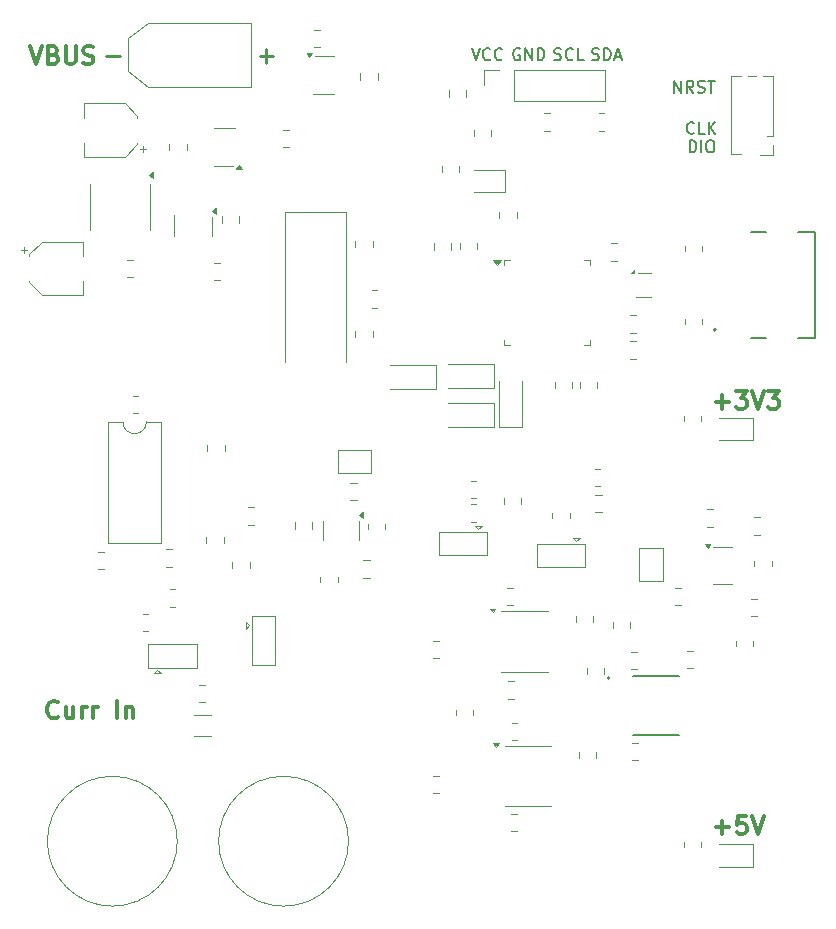
<source format=gbr>
%TF.GenerationSoftware,KiCad,Pcbnew,9.0.2*%
%TF.CreationDate,2025-11-12T20:00:32+01:00*%
%TF.ProjectId,precise_ammeter,70726563-6973-4655-9f61-6d6d65746572,rev?*%
%TF.SameCoordinates,Original*%
%TF.FileFunction,Legend,Top*%
%TF.FilePolarity,Positive*%
%FSLAX46Y46*%
G04 Gerber Fmt 4.6, Leading zero omitted, Abs format (unit mm)*
G04 Created by KiCad (PCBNEW 9.0.2) date 2025-11-12 20:00:32*
%MOMM*%
%LPD*%
G01*
G04 APERTURE LIST*
%ADD10C,0.300000*%
%ADD11C,0.200000*%
%ADD12C,0.250000*%
%ADD13C,0.120000*%
%ADD14C,0.127000*%
G04 APERTURE END LIST*
D10*
X235079510Y-119129400D02*
X236222368Y-119129400D01*
X235650939Y-119700828D02*
X235650939Y-118557971D01*
X237650939Y-118200828D02*
X236936653Y-118200828D01*
X236936653Y-118200828D02*
X236865225Y-118915114D01*
X236865225Y-118915114D02*
X236936653Y-118843685D01*
X236936653Y-118843685D02*
X237079511Y-118772257D01*
X237079511Y-118772257D02*
X237436653Y-118772257D01*
X237436653Y-118772257D02*
X237579511Y-118843685D01*
X237579511Y-118843685D02*
X237650939Y-118915114D01*
X237650939Y-118915114D02*
X237722368Y-119057971D01*
X237722368Y-119057971D02*
X237722368Y-119415114D01*
X237722368Y-119415114D02*
X237650939Y-119557971D01*
X237650939Y-119557971D02*
X237579511Y-119629400D01*
X237579511Y-119629400D02*
X237436653Y-119700828D01*
X237436653Y-119700828D02*
X237079511Y-119700828D01*
X237079511Y-119700828D02*
X236936653Y-119629400D01*
X236936653Y-119629400D02*
X236865225Y-119557971D01*
X238150939Y-118200828D02*
X238650939Y-119700828D01*
X238650939Y-119700828D02*
X239150939Y-118200828D01*
D11*
X233241101Y-60331980D02*
X233193482Y-60379600D01*
X233193482Y-60379600D02*
X233050625Y-60427219D01*
X233050625Y-60427219D02*
X232955387Y-60427219D01*
X232955387Y-60427219D02*
X232812530Y-60379600D01*
X232812530Y-60379600D02*
X232717292Y-60284361D01*
X232717292Y-60284361D02*
X232669673Y-60189123D01*
X232669673Y-60189123D02*
X232622054Y-59998647D01*
X232622054Y-59998647D02*
X232622054Y-59855790D01*
X232622054Y-59855790D02*
X232669673Y-59665314D01*
X232669673Y-59665314D02*
X232717292Y-59570076D01*
X232717292Y-59570076D02*
X232812530Y-59474838D01*
X232812530Y-59474838D02*
X232955387Y-59427219D01*
X232955387Y-59427219D02*
X233050625Y-59427219D01*
X233050625Y-59427219D02*
X233193482Y-59474838D01*
X233193482Y-59474838D02*
X233241101Y-59522457D01*
X234145863Y-60427219D02*
X233669673Y-60427219D01*
X233669673Y-60427219D02*
X233669673Y-59427219D01*
X234479197Y-60427219D02*
X234479197Y-59427219D01*
X235050625Y-60427219D02*
X234622054Y-59855790D01*
X235050625Y-59427219D02*
X234479197Y-59998647D01*
X231569673Y-56927219D02*
X231569673Y-55927219D01*
X231569673Y-55927219D02*
X232141101Y-56927219D01*
X232141101Y-56927219D02*
X232141101Y-55927219D01*
X233188720Y-56927219D02*
X232855387Y-56451028D01*
X232617292Y-56927219D02*
X232617292Y-55927219D01*
X232617292Y-55927219D02*
X232998244Y-55927219D01*
X232998244Y-55927219D02*
X233093482Y-55974838D01*
X233093482Y-55974838D02*
X233141101Y-56022457D01*
X233141101Y-56022457D02*
X233188720Y-56117695D01*
X233188720Y-56117695D02*
X233188720Y-56260552D01*
X233188720Y-56260552D02*
X233141101Y-56355790D01*
X233141101Y-56355790D02*
X233093482Y-56403409D01*
X233093482Y-56403409D02*
X232998244Y-56451028D01*
X232998244Y-56451028D02*
X232617292Y-56451028D01*
X233569673Y-56879600D02*
X233712530Y-56927219D01*
X233712530Y-56927219D02*
X233950625Y-56927219D01*
X233950625Y-56927219D02*
X234045863Y-56879600D01*
X234045863Y-56879600D02*
X234093482Y-56831980D01*
X234093482Y-56831980D02*
X234141101Y-56736742D01*
X234141101Y-56736742D02*
X234141101Y-56641504D01*
X234141101Y-56641504D02*
X234093482Y-56546266D01*
X234093482Y-56546266D02*
X234045863Y-56498647D01*
X234045863Y-56498647D02*
X233950625Y-56451028D01*
X233950625Y-56451028D02*
X233760149Y-56403409D01*
X233760149Y-56403409D02*
X233664911Y-56355790D01*
X233664911Y-56355790D02*
X233617292Y-56308171D01*
X233617292Y-56308171D02*
X233569673Y-56212933D01*
X233569673Y-56212933D02*
X233569673Y-56117695D01*
X233569673Y-56117695D02*
X233617292Y-56022457D01*
X233617292Y-56022457D02*
X233664911Y-55974838D01*
X233664911Y-55974838D02*
X233760149Y-55927219D01*
X233760149Y-55927219D02*
X233998244Y-55927219D01*
X233998244Y-55927219D02*
X234141101Y-55974838D01*
X234426816Y-55927219D02*
X234998244Y-55927219D01*
X234712530Y-56927219D02*
X234712530Y-55927219D01*
X224622054Y-54119600D02*
X224764911Y-54167219D01*
X224764911Y-54167219D02*
X225003006Y-54167219D01*
X225003006Y-54167219D02*
X225098244Y-54119600D01*
X225098244Y-54119600D02*
X225145863Y-54071980D01*
X225145863Y-54071980D02*
X225193482Y-53976742D01*
X225193482Y-53976742D02*
X225193482Y-53881504D01*
X225193482Y-53881504D02*
X225145863Y-53786266D01*
X225145863Y-53786266D02*
X225098244Y-53738647D01*
X225098244Y-53738647D02*
X225003006Y-53691028D01*
X225003006Y-53691028D02*
X224812530Y-53643409D01*
X224812530Y-53643409D02*
X224717292Y-53595790D01*
X224717292Y-53595790D02*
X224669673Y-53548171D01*
X224669673Y-53548171D02*
X224622054Y-53452933D01*
X224622054Y-53452933D02*
X224622054Y-53357695D01*
X224622054Y-53357695D02*
X224669673Y-53262457D01*
X224669673Y-53262457D02*
X224717292Y-53214838D01*
X224717292Y-53214838D02*
X224812530Y-53167219D01*
X224812530Y-53167219D02*
X225050625Y-53167219D01*
X225050625Y-53167219D02*
X225193482Y-53214838D01*
X225622054Y-54167219D02*
X225622054Y-53167219D01*
X225622054Y-53167219D02*
X225860149Y-53167219D01*
X225860149Y-53167219D02*
X226003006Y-53214838D01*
X226003006Y-53214838D02*
X226098244Y-53310076D01*
X226098244Y-53310076D02*
X226145863Y-53405314D01*
X226145863Y-53405314D02*
X226193482Y-53595790D01*
X226193482Y-53595790D02*
X226193482Y-53738647D01*
X226193482Y-53738647D02*
X226145863Y-53929123D01*
X226145863Y-53929123D02*
X226098244Y-54024361D01*
X226098244Y-54024361D02*
X226003006Y-54119600D01*
X226003006Y-54119600D02*
X225860149Y-54167219D01*
X225860149Y-54167219D02*
X225622054Y-54167219D01*
X226574435Y-53881504D02*
X227050625Y-53881504D01*
X226479197Y-54167219D02*
X226812530Y-53167219D01*
X226812530Y-53167219D02*
X227145863Y-54167219D01*
D10*
X177040225Y-53000828D02*
X177540225Y-54500828D01*
X177540225Y-54500828D02*
X178040225Y-53000828D01*
X179040224Y-53715114D02*
X179254510Y-53786542D01*
X179254510Y-53786542D02*
X179325939Y-53857971D01*
X179325939Y-53857971D02*
X179397367Y-54000828D01*
X179397367Y-54000828D02*
X179397367Y-54215114D01*
X179397367Y-54215114D02*
X179325939Y-54357971D01*
X179325939Y-54357971D02*
X179254510Y-54429400D01*
X179254510Y-54429400D02*
X179111653Y-54500828D01*
X179111653Y-54500828D02*
X178540224Y-54500828D01*
X178540224Y-54500828D02*
X178540224Y-53000828D01*
X178540224Y-53000828D02*
X179040224Y-53000828D01*
X179040224Y-53000828D02*
X179183082Y-53072257D01*
X179183082Y-53072257D02*
X179254510Y-53143685D01*
X179254510Y-53143685D02*
X179325939Y-53286542D01*
X179325939Y-53286542D02*
X179325939Y-53429400D01*
X179325939Y-53429400D02*
X179254510Y-53572257D01*
X179254510Y-53572257D02*
X179183082Y-53643685D01*
X179183082Y-53643685D02*
X179040224Y-53715114D01*
X179040224Y-53715114D02*
X178540224Y-53715114D01*
X180040224Y-53000828D02*
X180040224Y-54215114D01*
X180040224Y-54215114D02*
X180111653Y-54357971D01*
X180111653Y-54357971D02*
X180183082Y-54429400D01*
X180183082Y-54429400D02*
X180325939Y-54500828D01*
X180325939Y-54500828D02*
X180611653Y-54500828D01*
X180611653Y-54500828D02*
X180754510Y-54429400D01*
X180754510Y-54429400D02*
X180825939Y-54357971D01*
X180825939Y-54357971D02*
X180897367Y-54215114D01*
X180897367Y-54215114D02*
X180897367Y-53000828D01*
X181540225Y-54429400D02*
X181754511Y-54500828D01*
X181754511Y-54500828D02*
X182111653Y-54500828D01*
X182111653Y-54500828D02*
X182254511Y-54429400D01*
X182254511Y-54429400D02*
X182325939Y-54357971D01*
X182325939Y-54357971D02*
X182397368Y-54215114D01*
X182397368Y-54215114D02*
X182397368Y-54072257D01*
X182397368Y-54072257D02*
X182325939Y-53929400D01*
X182325939Y-53929400D02*
X182254511Y-53857971D01*
X182254511Y-53857971D02*
X182111653Y-53786542D01*
X182111653Y-53786542D02*
X181825939Y-53715114D01*
X181825939Y-53715114D02*
X181683082Y-53643685D01*
X181683082Y-53643685D02*
X181611653Y-53572257D01*
X181611653Y-53572257D02*
X181540225Y-53429400D01*
X181540225Y-53429400D02*
X181540225Y-53286542D01*
X181540225Y-53286542D02*
X181611653Y-53143685D01*
X181611653Y-53143685D02*
X181683082Y-53072257D01*
X181683082Y-53072257D02*
X181825939Y-53000828D01*
X181825939Y-53000828D02*
X182183082Y-53000828D01*
X182183082Y-53000828D02*
X182397368Y-53072257D01*
D11*
X221422054Y-54119600D02*
X221564911Y-54167219D01*
X221564911Y-54167219D02*
X221803006Y-54167219D01*
X221803006Y-54167219D02*
X221898244Y-54119600D01*
X221898244Y-54119600D02*
X221945863Y-54071980D01*
X221945863Y-54071980D02*
X221993482Y-53976742D01*
X221993482Y-53976742D02*
X221993482Y-53881504D01*
X221993482Y-53881504D02*
X221945863Y-53786266D01*
X221945863Y-53786266D02*
X221898244Y-53738647D01*
X221898244Y-53738647D02*
X221803006Y-53691028D01*
X221803006Y-53691028D02*
X221612530Y-53643409D01*
X221612530Y-53643409D02*
X221517292Y-53595790D01*
X221517292Y-53595790D02*
X221469673Y-53548171D01*
X221469673Y-53548171D02*
X221422054Y-53452933D01*
X221422054Y-53452933D02*
X221422054Y-53357695D01*
X221422054Y-53357695D02*
X221469673Y-53262457D01*
X221469673Y-53262457D02*
X221517292Y-53214838D01*
X221517292Y-53214838D02*
X221612530Y-53167219D01*
X221612530Y-53167219D02*
X221850625Y-53167219D01*
X221850625Y-53167219D02*
X221993482Y-53214838D01*
X222993482Y-54071980D02*
X222945863Y-54119600D01*
X222945863Y-54119600D02*
X222803006Y-54167219D01*
X222803006Y-54167219D02*
X222707768Y-54167219D01*
X222707768Y-54167219D02*
X222564911Y-54119600D01*
X222564911Y-54119600D02*
X222469673Y-54024361D01*
X222469673Y-54024361D02*
X222422054Y-53929123D01*
X222422054Y-53929123D02*
X222374435Y-53738647D01*
X222374435Y-53738647D02*
X222374435Y-53595790D01*
X222374435Y-53595790D02*
X222422054Y-53405314D01*
X222422054Y-53405314D02*
X222469673Y-53310076D01*
X222469673Y-53310076D02*
X222564911Y-53214838D01*
X222564911Y-53214838D02*
X222707768Y-53167219D01*
X222707768Y-53167219D02*
X222803006Y-53167219D01*
X222803006Y-53167219D02*
X222945863Y-53214838D01*
X222945863Y-53214838D02*
X222993482Y-53262457D01*
X223898244Y-54167219D02*
X223422054Y-54167219D01*
X223422054Y-54167219D02*
X223422054Y-53167219D01*
X214426816Y-53167219D02*
X214760149Y-54167219D01*
X214760149Y-54167219D02*
X215093482Y-53167219D01*
X215998244Y-54071980D02*
X215950625Y-54119600D01*
X215950625Y-54119600D02*
X215807768Y-54167219D01*
X215807768Y-54167219D02*
X215712530Y-54167219D01*
X215712530Y-54167219D02*
X215569673Y-54119600D01*
X215569673Y-54119600D02*
X215474435Y-54024361D01*
X215474435Y-54024361D02*
X215426816Y-53929123D01*
X215426816Y-53929123D02*
X215379197Y-53738647D01*
X215379197Y-53738647D02*
X215379197Y-53595790D01*
X215379197Y-53595790D02*
X215426816Y-53405314D01*
X215426816Y-53405314D02*
X215474435Y-53310076D01*
X215474435Y-53310076D02*
X215569673Y-53214838D01*
X215569673Y-53214838D02*
X215712530Y-53167219D01*
X215712530Y-53167219D02*
X215807768Y-53167219D01*
X215807768Y-53167219D02*
X215950625Y-53214838D01*
X215950625Y-53214838D02*
X215998244Y-53262457D01*
X216998244Y-54071980D02*
X216950625Y-54119600D01*
X216950625Y-54119600D02*
X216807768Y-54167219D01*
X216807768Y-54167219D02*
X216712530Y-54167219D01*
X216712530Y-54167219D02*
X216569673Y-54119600D01*
X216569673Y-54119600D02*
X216474435Y-54024361D01*
X216474435Y-54024361D02*
X216426816Y-53929123D01*
X216426816Y-53929123D02*
X216379197Y-53738647D01*
X216379197Y-53738647D02*
X216379197Y-53595790D01*
X216379197Y-53595790D02*
X216426816Y-53405314D01*
X216426816Y-53405314D02*
X216474435Y-53310076D01*
X216474435Y-53310076D02*
X216569673Y-53214838D01*
X216569673Y-53214838D02*
X216712530Y-53167219D01*
X216712530Y-53167219D02*
X216807768Y-53167219D01*
X216807768Y-53167219D02*
X216950625Y-53214838D01*
X216950625Y-53214838D02*
X216998244Y-53262457D01*
X232869673Y-61967219D02*
X232869673Y-60967219D01*
X232869673Y-60967219D02*
X233107768Y-60967219D01*
X233107768Y-60967219D02*
X233250625Y-61014838D01*
X233250625Y-61014838D02*
X233345863Y-61110076D01*
X233345863Y-61110076D02*
X233393482Y-61205314D01*
X233393482Y-61205314D02*
X233441101Y-61395790D01*
X233441101Y-61395790D02*
X233441101Y-61538647D01*
X233441101Y-61538647D02*
X233393482Y-61729123D01*
X233393482Y-61729123D02*
X233345863Y-61824361D01*
X233345863Y-61824361D02*
X233250625Y-61919600D01*
X233250625Y-61919600D02*
X233107768Y-61967219D01*
X233107768Y-61967219D02*
X232869673Y-61967219D01*
X233869673Y-61967219D02*
X233869673Y-60967219D01*
X234536339Y-60967219D02*
X234726815Y-60967219D01*
X234726815Y-60967219D02*
X234822053Y-61014838D01*
X234822053Y-61014838D02*
X234917291Y-61110076D01*
X234917291Y-61110076D02*
X234964910Y-61300552D01*
X234964910Y-61300552D02*
X234964910Y-61633885D01*
X234964910Y-61633885D02*
X234917291Y-61824361D01*
X234917291Y-61824361D02*
X234822053Y-61919600D01*
X234822053Y-61919600D02*
X234726815Y-61967219D01*
X234726815Y-61967219D02*
X234536339Y-61967219D01*
X234536339Y-61967219D02*
X234441101Y-61919600D01*
X234441101Y-61919600D02*
X234345863Y-61824361D01*
X234345863Y-61824361D02*
X234298244Y-61633885D01*
X234298244Y-61633885D02*
X234298244Y-61300552D01*
X234298244Y-61300552D02*
X234345863Y-61110076D01*
X234345863Y-61110076D02*
X234441101Y-61014838D01*
X234441101Y-61014838D02*
X234536339Y-60967219D01*
D10*
X179411653Y-109757971D02*
X179340225Y-109829400D01*
X179340225Y-109829400D02*
X179125939Y-109900828D01*
X179125939Y-109900828D02*
X178983082Y-109900828D01*
X178983082Y-109900828D02*
X178768796Y-109829400D01*
X178768796Y-109829400D02*
X178625939Y-109686542D01*
X178625939Y-109686542D02*
X178554510Y-109543685D01*
X178554510Y-109543685D02*
X178483082Y-109257971D01*
X178483082Y-109257971D02*
X178483082Y-109043685D01*
X178483082Y-109043685D02*
X178554510Y-108757971D01*
X178554510Y-108757971D02*
X178625939Y-108615114D01*
X178625939Y-108615114D02*
X178768796Y-108472257D01*
X178768796Y-108472257D02*
X178983082Y-108400828D01*
X178983082Y-108400828D02*
X179125939Y-108400828D01*
X179125939Y-108400828D02*
X179340225Y-108472257D01*
X179340225Y-108472257D02*
X179411653Y-108543685D01*
X180697368Y-108900828D02*
X180697368Y-109900828D01*
X180054510Y-108900828D02*
X180054510Y-109686542D01*
X180054510Y-109686542D02*
X180125939Y-109829400D01*
X180125939Y-109829400D02*
X180268796Y-109900828D01*
X180268796Y-109900828D02*
X180483082Y-109900828D01*
X180483082Y-109900828D02*
X180625939Y-109829400D01*
X180625939Y-109829400D02*
X180697368Y-109757971D01*
X181411653Y-109900828D02*
X181411653Y-108900828D01*
X181411653Y-109186542D02*
X181483082Y-109043685D01*
X181483082Y-109043685D02*
X181554511Y-108972257D01*
X181554511Y-108972257D02*
X181697368Y-108900828D01*
X181697368Y-108900828D02*
X181840225Y-108900828D01*
X182340224Y-109900828D02*
X182340224Y-108900828D01*
X182340224Y-109186542D02*
X182411653Y-109043685D01*
X182411653Y-109043685D02*
X182483082Y-108972257D01*
X182483082Y-108972257D02*
X182625939Y-108900828D01*
X182625939Y-108900828D02*
X182768796Y-108900828D01*
X184411652Y-109900828D02*
X184411652Y-108400828D01*
X185125938Y-108900828D02*
X185125938Y-109900828D01*
X185125938Y-109043685D02*
X185197367Y-108972257D01*
X185197367Y-108972257D02*
X185340224Y-108900828D01*
X185340224Y-108900828D02*
X185554510Y-108900828D01*
X185554510Y-108900828D02*
X185697367Y-108972257D01*
X185697367Y-108972257D02*
X185768796Y-109115114D01*
X185768796Y-109115114D02*
X185768796Y-109900828D01*
X235079510Y-83129400D02*
X236222368Y-83129400D01*
X235650939Y-83700828D02*
X235650939Y-82557971D01*
X236793796Y-82200828D02*
X237722368Y-82200828D01*
X237722368Y-82200828D02*
X237222368Y-82772257D01*
X237222368Y-82772257D02*
X237436653Y-82772257D01*
X237436653Y-82772257D02*
X237579511Y-82843685D01*
X237579511Y-82843685D02*
X237650939Y-82915114D01*
X237650939Y-82915114D02*
X237722368Y-83057971D01*
X237722368Y-83057971D02*
X237722368Y-83415114D01*
X237722368Y-83415114D02*
X237650939Y-83557971D01*
X237650939Y-83557971D02*
X237579511Y-83629400D01*
X237579511Y-83629400D02*
X237436653Y-83700828D01*
X237436653Y-83700828D02*
X237008082Y-83700828D01*
X237008082Y-83700828D02*
X236865225Y-83629400D01*
X236865225Y-83629400D02*
X236793796Y-83557971D01*
X238150939Y-82200828D02*
X238650939Y-83700828D01*
X238650939Y-83700828D02*
X239150939Y-82200828D01*
X239508081Y-82200828D02*
X240436653Y-82200828D01*
X240436653Y-82200828D02*
X239936653Y-82772257D01*
X239936653Y-82772257D02*
X240150938Y-82772257D01*
X240150938Y-82772257D02*
X240293796Y-82843685D01*
X240293796Y-82843685D02*
X240365224Y-82915114D01*
X240365224Y-82915114D02*
X240436653Y-83057971D01*
X240436653Y-83057971D02*
X240436653Y-83415114D01*
X240436653Y-83415114D02*
X240365224Y-83557971D01*
X240365224Y-83557971D02*
X240293796Y-83629400D01*
X240293796Y-83629400D02*
X240150938Y-83700828D01*
X240150938Y-83700828D02*
X239722367Y-83700828D01*
X239722367Y-83700828D02*
X239579510Y-83629400D01*
X239579510Y-83629400D02*
X239508081Y-83557971D01*
D11*
X218493482Y-53214838D02*
X218398244Y-53167219D01*
X218398244Y-53167219D02*
X218255387Y-53167219D01*
X218255387Y-53167219D02*
X218112530Y-53214838D01*
X218112530Y-53214838D02*
X218017292Y-53310076D01*
X218017292Y-53310076D02*
X217969673Y-53405314D01*
X217969673Y-53405314D02*
X217922054Y-53595790D01*
X217922054Y-53595790D02*
X217922054Y-53738647D01*
X217922054Y-53738647D02*
X217969673Y-53929123D01*
X217969673Y-53929123D02*
X218017292Y-54024361D01*
X218017292Y-54024361D02*
X218112530Y-54119600D01*
X218112530Y-54119600D02*
X218255387Y-54167219D01*
X218255387Y-54167219D02*
X218350625Y-54167219D01*
X218350625Y-54167219D02*
X218493482Y-54119600D01*
X218493482Y-54119600D02*
X218541101Y-54071980D01*
X218541101Y-54071980D02*
X218541101Y-53738647D01*
X218541101Y-53738647D02*
X218350625Y-53738647D01*
X218969673Y-54167219D02*
X218969673Y-53167219D01*
X218969673Y-53167219D02*
X219541101Y-54167219D01*
X219541101Y-54167219D02*
X219541101Y-53167219D01*
X220017292Y-54167219D02*
X220017292Y-53167219D01*
X220017292Y-53167219D02*
X220255387Y-53167219D01*
X220255387Y-53167219D02*
X220398244Y-53214838D01*
X220398244Y-53214838D02*
X220493482Y-53310076D01*
X220493482Y-53310076D02*
X220541101Y-53405314D01*
X220541101Y-53405314D02*
X220588720Y-53595790D01*
X220588720Y-53595790D02*
X220588720Y-53738647D01*
X220588720Y-53738647D02*
X220541101Y-53929123D01*
X220541101Y-53929123D02*
X220493482Y-54024361D01*
X220493482Y-54024361D02*
X220398244Y-54119600D01*
X220398244Y-54119600D02*
X220255387Y-54167219D01*
X220255387Y-54167219D02*
X220017292Y-54167219D01*
D12*
X183466071Y-53809500D02*
X184608929Y-53809500D01*
X196466071Y-53809500D02*
X197608929Y-53809500D01*
X197037500Y-54380928D02*
X197037500Y-53238071D01*
D13*
%TO.C,Y1*%
X198590000Y-67022500D02*
X198590000Y-79742500D01*
X203810000Y-67022500D02*
X198590000Y-67022500D01*
X203810000Y-79742500D02*
X203810000Y-67022500D01*
%TO.C,R5*%
X211902500Y-63172936D02*
X211902500Y-63627064D01*
X213372500Y-63172936D02*
X213372500Y-63627064D01*
%TO.C,C20*%
X217751248Y-117965000D02*
X218273752Y-117965000D01*
X217751248Y-119435000D02*
X218273752Y-119435000D01*
%TO.C,C8*%
X192055000Y-87291252D02*
X192055000Y-86768748D01*
X193525000Y-87291252D02*
X193525000Y-86768748D01*
%TO.C,C36*%
X221465000Y-81438748D02*
X221465000Y-81961252D01*
X222935000Y-81438748D02*
X222935000Y-81961252D01*
%TO.C,JP1*%
X187050000Y-103600000D02*
X191150000Y-103600000D01*
X187050000Y-105600000D02*
X187050000Y-103600000D01*
X187500000Y-106100000D02*
X188100000Y-106100000D01*
X187800000Y-105800000D02*
X187500000Y-106100000D01*
X187800000Y-105800000D02*
X188100000Y-106100000D01*
X191150000Y-103600000D02*
X191150000Y-105600000D01*
X191150000Y-105600000D02*
X187050000Y-105600000D01*
%TO.C,D5*%
X211410000Y-80000000D02*
X207550000Y-80000000D01*
X211410000Y-82000000D02*
X207550000Y-82000000D01*
X211410000Y-82000000D02*
X211410000Y-80000000D01*
%TO.C,R3*%
X224872936Y-88765000D02*
X225327064Y-88765000D01*
X224872936Y-90235000D02*
X225327064Y-90235000D01*
%TO.C,C24*%
X181577500Y-57840000D02*
X181577500Y-59040000D01*
X181577500Y-62360000D02*
X181577500Y-61160000D01*
X185033063Y-57840000D02*
X181577500Y-57840000D01*
X185033063Y-62360000D02*
X181577500Y-62360000D01*
X186097500Y-58904437D02*
X185033063Y-57840000D01*
X186097500Y-58904437D02*
X186097500Y-59040000D01*
X186097500Y-61295563D02*
X185033063Y-62360000D01*
X186097500Y-61295563D02*
X186097500Y-61160000D01*
X186587500Y-61910000D02*
X186587500Y-61410000D01*
X186837500Y-61660000D02*
X186337500Y-61660000D01*
%TO.C,R7*%
X187027064Y-101065000D02*
X186572936Y-101065000D01*
X187027064Y-102535000D02*
X186572936Y-102535000D01*
%TO.C,R24*%
X217447936Y-98865000D02*
X217902064Y-98865000D01*
X217447936Y-100335000D02*
X217902064Y-100335000D01*
%TO.C,R_SENSE1*%
X190922936Y-109590000D02*
X192377064Y-109590000D01*
X190922936Y-111410000D02*
X192377064Y-111410000D01*
%TO.C,C25*%
X198476248Y-60065000D02*
X198998752Y-60065000D01*
X198476248Y-61535000D02*
X198998752Y-61535000D01*
%TO.C,C26*%
X188840000Y-61761252D02*
X188840000Y-61238748D01*
X190310000Y-61761252D02*
X190310000Y-61238748D01*
%TO.C,U2*%
X201796250Y-93967500D02*
X201796250Y-93167500D01*
X201796250Y-93967500D02*
X201796250Y-94767500D01*
X204916250Y-93967500D02*
X204916250Y-93167500D01*
X204916250Y-93967500D02*
X204916250Y-94767500D01*
X205196250Y-92907500D02*
X204866250Y-92667500D01*
X205196250Y-92427500D01*
X205196250Y-92907500D01*
G36*
X205196250Y-92907500D02*
G01*
X204866250Y-92667500D01*
X205196250Y-92427500D01*
X205196250Y-92907500D01*
G37*
%TO.C,JP2*%
X195300000Y-101700000D02*
X195300000Y-102300000D01*
X195600000Y-102000000D02*
X195300000Y-101700000D01*
X195600000Y-102000000D02*
X195300000Y-102300000D01*
X195800000Y-101250000D02*
X197800000Y-101250000D01*
X195800000Y-105350000D02*
X195800000Y-101250000D01*
X197800000Y-101250000D02*
X197800000Y-105350000D01*
X197800000Y-105350000D02*
X195800000Y-105350000D01*
%TO.C,C30*%
X211202500Y-70211252D02*
X211202500Y-69688748D01*
X212672500Y-70211252D02*
X212672500Y-69688748D01*
%TO.C,R12*%
X205621250Y-93894564D02*
X205621250Y-93440436D01*
X207091250Y-93894564D02*
X207091250Y-93440436D01*
%TO.C,D1*%
X235375000Y-122460000D02*
X238235000Y-122460000D01*
X238235000Y-120540000D02*
X235375000Y-120540000D01*
X238235000Y-122460000D02*
X238235000Y-120540000D01*
%TO.C,R31*%
X225172936Y-58665000D02*
X225627064Y-58665000D01*
X225172936Y-60135000D02*
X225627064Y-60135000D01*
%TO.C,C7*%
X182791248Y-95795000D02*
X183313752Y-95795000D01*
X182791248Y-97265000D02*
X183313752Y-97265000D01*
%TO.C,JP3*%
X219950000Y-95100000D02*
X224050000Y-95100000D01*
X219950000Y-97100000D02*
X219950000Y-95100000D01*
X223300000Y-94900000D02*
X223000000Y-94600000D01*
X223300000Y-94900000D02*
X223600000Y-94600000D01*
X223600000Y-94600000D02*
X223000000Y-94600000D01*
X224050000Y-95100000D02*
X224050000Y-97100000D01*
X224050000Y-97100000D02*
X219950000Y-97100000D01*
%TO.C,C13*%
X238338748Y-92865000D02*
X238861252Y-92865000D01*
X238338748Y-94335000D02*
X238861252Y-94335000D01*
%TO.C,C38*%
X213402500Y-70161252D02*
X213402500Y-69638748D01*
X214872500Y-70161252D02*
X214872500Y-69638748D01*
%TO.C,C37*%
X227838748Y-75765000D02*
X228361252Y-75765000D01*
X227838748Y-77235000D02*
X228361252Y-77235000D01*
%TO.C,C14*%
X238101248Y-99765000D02*
X238623752Y-99765000D01*
X238101248Y-101235000D02*
X238623752Y-101235000D01*
%TO.C,C27*%
X176237500Y-70240000D02*
X176737500Y-70240000D01*
X176487500Y-69990000D02*
X176487500Y-70490000D01*
X176977500Y-70604437D02*
X176977500Y-70740000D01*
X176977500Y-70604437D02*
X178041937Y-69540000D01*
X176977500Y-72995563D02*
X176977500Y-72860000D01*
X176977500Y-72995563D02*
X178041937Y-74060000D01*
X178041937Y-69540000D02*
X181497500Y-69540000D01*
X178041937Y-74060000D02*
X181497500Y-74060000D01*
X181497500Y-69540000D02*
X181497500Y-70740000D01*
X181497500Y-74060000D02*
X181497500Y-72860000D01*
%TO.C,C32*%
X227838748Y-77965000D02*
X228361252Y-77965000D01*
X227838748Y-79435000D02*
X228361252Y-79435000D01*
%TO.C,C19*%
X223515000Y-113261252D02*
X223515000Y-112738748D01*
X224985000Y-113261252D02*
X224985000Y-112738748D01*
%TO.C,R19*%
X211172936Y-103355000D02*
X211627064Y-103355000D01*
X211172936Y-104825000D02*
X211627064Y-104825000D01*
%TO.C,C28*%
X185761252Y-71065000D02*
X185238748Y-71065000D01*
X185761252Y-72535000D02*
X185238748Y-72535000D01*
%TO.C,C5*%
X204990000Y-55288748D02*
X204990000Y-55811252D01*
X206460000Y-55288748D02*
X206460000Y-55811252D01*
%TO.C,R21*%
X226390000Y-102222064D02*
X226390000Y-101767936D01*
X227860000Y-102222064D02*
X227860000Y-101767936D01*
%TO.C,D4*%
X216310000Y-83200000D02*
X212450000Y-83200000D01*
X216310000Y-85200000D02*
X212450000Y-85200000D01*
X216310000Y-85200000D02*
X216310000Y-83200000D01*
%TO.C,C11*%
X204157498Y-89932500D02*
X204680002Y-89932500D01*
X204157498Y-91402500D02*
X204680002Y-91402500D01*
%TO.C,R29*%
X232465000Y-76072936D02*
X232465000Y-76527064D01*
X233935000Y-76072936D02*
X233935000Y-76527064D01*
%TO.C,R30*%
X221027064Y-58665000D02*
X220572936Y-58665000D01*
X221027064Y-60135000D02*
X220572936Y-60135000D01*
%TO.C,C10*%
X205257498Y-96532500D02*
X205780002Y-96532500D01*
X205257498Y-98002500D02*
X205780002Y-98002500D01*
%TO.C,C2*%
X191313748Y-107065000D02*
X191836252Y-107065000D01*
X191313748Y-108535000D02*
X191836252Y-108535000D01*
%TO.C,C6*%
X191965000Y-94538748D02*
X191965000Y-95061252D01*
X193435000Y-94538748D02*
X193435000Y-95061252D01*
%TO.C,R22*%
X213065000Y-109627064D02*
X213065000Y-109172936D01*
X214535000Y-109627064D02*
X214535000Y-109172936D01*
%TO.C,C16*%
X233188752Y-104155000D02*
X232666248Y-104155000D01*
X233188752Y-105625000D02*
X232666248Y-105625000D01*
%TO.C,R10*%
X194165000Y-96672936D02*
X194165000Y-97127064D01*
X195635000Y-96672936D02*
X195635000Y-97127064D01*
%TO.C,U9*%
X182077500Y-66600000D02*
X182077500Y-64650000D01*
X182077500Y-66600000D02*
X182077500Y-68550000D01*
X187197500Y-66600000D02*
X187197500Y-64650000D01*
X187197500Y-66600000D02*
X187197500Y-68550000D01*
X187432500Y-64140000D02*
X187102500Y-63900000D01*
X187432500Y-63660000D01*
X187432500Y-64140000D01*
G36*
X187432500Y-64140000D02*
G01*
X187102500Y-63900000D01*
X187432500Y-63660000D01*
X187432500Y-64140000D01*
G37*
%TO.C,D6*%
X216700000Y-85210000D02*
X216700000Y-81350000D01*
X216700000Y-85210000D02*
X218700000Y-85210000D01*
X218700000Y-85210000D02*
X218700000Y-81350000D01*
%TO.C,J2*%
X204000000Y-120300000D02*
G75*
G02*
X193000000Y-120300000I-5500000J0D01*
G01*
X193000000Y-120300000D02*
G75*
G02*
X204000000Y-120300000I5500000J0D01*
G01*
%TO.C,C15*%
X228026248Y-111960000D02*
X228548752Y-111960000D01*
X228026248Y-113430000D02*
X228548752Y-113430000D01*
%TO.C,C12*%
X232123752Y-98865000D02*
X231601248Y-98865000D01*
X232123752Y-100335000D02*
X231601248Y-100335000D01*
%TO.C,R20*%
X224190000Y-106122064D02*
X224190000Y-105667936D01*
X225660000Y-106122064D02*
X225660000Y-105667936D01*
%TO.C,R4*%
X214827064Y-91765000D02*
X214372936Y-91765000D01*
X214827064Y-93235000D02*
X214372936Y-93235000D01*
%TO.C,C18*%
X217476248Y-106765000D02*
X217998752Y-106765000D01*
X217476248Y-108235000D02*
X217998752Y-108235000D01*
%TO.C,R8*%
X185762936Y-82595000D02*
X186217064Y-82595000D01*
X185762936Y-84065000D02*
X186217064Y-84065000D01*
%TO.C,C29*%
X204565000Y-69993752D02*
X204565000Y-69471248D01*
X206035000Y-69993752D02*
X206035000Y-69471248D01*
%TO.C,JP4*%
X211650000Y-94100000D02*
X215750000Y-94100000D01*
X211650000Y-96100000D02*
X211650000Y-94100000D01*
X215000000Y-93900000D02*
X214700000Y-93600000D01*
X215000000Y-93900000D02*
X215300000Y-93600000D01*
X215300000Y-93600000D02*
X214700000Y-93600000D01*
X215750000Y-94100000D02*
X215750000Y-96100000D01*
X215750000Y-96100000D02*
X211650000Y-96100000D01*
%TO.C,R16*%
X214827064Y-89765000D02*
X214372936Y-89765000D01*
X214827064Y-91235000D02*
X214372936Y-91235000D01*
%TO.C,D3*%
X214600000Y-65360000D02*
X217285000Y-65360000D01*
X217285000Y-63440000D02*
X214600000Y-63440000D01*
X217285000Y-65360000D02*
X217285000Y-63440000D01*
D14*
%TO.C,U4*%
X228105000Y-106275000D02*
X232005000Y-106275000D01*
X228105000Y-111325000D02*
X232005000Y-111325000D01*
D11*
X226115000Y-106495000D02*
G75*
G02*
X225915000Y-106495000I-100000J0D01*
G01*
X225915000Y-106495000D02*
G75*
G02*
X226115000Y-106495000I100000J0D01*
G01*
D13*
%TO.C,C34*%
X226238748Y-69675000D02*
X226761252Y-69675000D01*
X226238748Y-71145000D02*
X226761252Y-71145000D01*
%TO.C,C35*%
X223565000Y-81438748D02*
X223565000Y-81961252D01*
X225035000Y-81438748D02*
X225035000Y-81961252D01*
%TO.C,R15*%
X234827064Y-92215000D02*
X234372936Y-92215000D01*
X234827064Y-93685000D02*
X234372936Y-93685000D01*
%TO.C,D7*%
X216310000Y-79900000D02*
X212450000Y-79900000D01*
X216310000Y-81900000D02*
X212450000Y-81900000D01*
X216310000Y-81900000D02*
X216310000Y-79900000D01*
%TO.C,R23*%
X217822936Y-110265000D02*
X218277064Y-110265000D01*
X217822936Y-111735000D02*
X218277064Y-111735000D01*
%TO.C,R1*%
X214602500Y-60112936D02*
X214602500Y-60567064D01*
X216072500Y-60112936D02*
X216072500Y-60567064D01*
%TO.C,C9*%
X199471250Y-93306248D02*
X199471250Y-93828752D01*
X200941250Y-93306248D02*
X200941250Y-93828752D01*
%TO.C,J6*%
X215430000Y-54970000D02*
X216760000Y-54970000D01*
X215430000Y-56300000D02*
X215430000Y-54970000D01*
X218030000Y-54970000D02*
X225710000Y-54970000D01*
X218030000Y-57630000D02*
X218030000Y-54970000D01*
X218030000Y-57630000D02*
X225710000Y-57630000D01*
X225710000Y-57630000D02*
X225710000Y-54970000D01*
D11*
%TO.C,J3*%
X238097500Y-68740000D02*
X239307500Y-68740000D01*
X238097500Y-77680000D02*
X239307500Y-77680000D01*
X242027500Y-77680000D02*
X243517500Y-77680000D01*
X243517500Y-68740000D02*
X242027500Y-68740000D01*
X243517500Y-77680000D02*
X243517500Y-68740000D01*
X235107500Y-76990000D02*
G75*
G02*
X234907500Y-76990000I-100000J0D01*
G01*
X234907500Y-76990000D02*
G75*
G02*
X235107500Y-76990000I100000J0D01*
G01*
D13*
%TO.C,C33*%
X216765000Y-67561252D02*
X216765000Y-67038748D01*
X218235000Y-67561252D02*
X218235000Y-67038748D01*
%TO.C,U1*%
X183640000Y-84790000D02*
X183640000Y-95070000D01*
X183640000Y-95070000D02*
X188140000Y-95070000D01*
X184890000Y-84790000D02*
X183640000Y-84790000D01*
X188140000Y-84790000D02*
X186890000Y-84790000D01*
X188140000Y-95070000D02*
X188140000Y-84790000D01*
X186890000Y-84790000D02*
G75*
G02*
X184890000Y-84790000I-1000000J0D01*
G01*
%TO.C,U11*%
X217190000Y-71100000D02*
X217190000Y-71550000D01*
X217190000Y-78320000D02*
X217190000Y-77870000D01*
X217640000Y-71100000D02*
X217190000Y-71100000D01*
X217640000Y-78320000D02*
X217190000Y-78320000D01*
X223960000Y-71100000D02*
X224410000Y-71100000D01*
X223960000Y-78320000D02*
X224410000Y-78320000D01*
X224410000Y-71100000D02*
X224410000Y-71550000D01*
X224410000Y-78320000D02*
X224410000Y-77870000D01*
X216600000Y-71550000D02*
X216260000Y-71080000D01*
X216940000Y-71080000D01*
X216600000Y-71550000D01*
G36*
X216600000Y-71550000D02*
G01*
X216260000Y-71080000D01*
X216940000Y-71080000D01*
X216600000Y-71550000D01*
G37*
%TO.C,J5*%
X185327500Y-52290000D02*
X185327500Y-55110000D01*
X185327500Y-52290000D02*
X187027500Y-50990000D01*
X185327500Y-55110000D02*
X187027500Y-56410000D01*
X187027500Y-50990000D02*
X195747500Y-50990000D01*
X187027500Y-56410000D02*
X195747500Y-56410000D01*
X195747500Y-50990000D02*
X195747500Y-56410000D01*
%TO.C,C1*%
X201063748Y-51615000D02*
X201586252Y-51615000D01*
X201063748Y-53085000D02*
X201586252Y-53085000D01*
%TO.C,C31*%
X204565000Y-77121248D02*
X204565000Y-77643752D01*
X206035000Y-77121248D02*
X206035000Y-77643752D01*
%TO.C,U7*%
X200987500Y-57060000D02*
X202787500Y-57060000D01*
X201987500Y-53840000D02*
X201187500Y-53840000D01*
X201987500Y-53840000D02*
X202787500Y-53840000D01*
X200687500Y-53890000D02*
X200447500Y-53560000D01*
X200927500Y-53560000D01*
X200687500Y-53890000D01*
G36*
X200687500Y-53890000D02*
G01*
X200447500Y-53560000D01*
X200927500Y-53560000D01*
X200687500Y-53890000D01*
G37*
%TO.C,R27*%
X232365000Y-120347936D02*
X232365000Y-120802064D01*
X233835000Y-120347936D02*
X233835000Y-120802064D01*
%TO.C,U10*%
X193400000Y-63110000D02*
X192600000Y-63110000D01*
X193400000Y-63110000D02*
X194200000Y-63110000D01*
X194400000Y-59890000D02*
X192600000Y-59890000D01*
X194940000Y-63390000D02*
X194460000Y-63390000D01*
X194700000Y-63060000D01*
X194940000Y-63390000D01*
G36*
X194940000Y-63390000D02*
G01*
X194460000Y-63390000D01*
X194700000Y-63060000D01*
X194940000Y-63390000D01*
G37*
%TO.C,R2*%
X221265000Y-92472936D02*
X221265000Y-92927064D01*
X222735000Y-92472936D02*
X222735000Y-92927064D01*
%TO.C,U5*%
X219175000Y-112240000D02*
X217225000Y-112240000D01*
X219175000Y-112240000D02*
X221125000Y-112240000D01*
X219175000Y-117360000D02*
X217225000Y-117360000D01*
X219175000Y-117360000D02*
X221125000Y-117360000D01*
X216475000Y-112335000D02*
X216235000Y-112005000D01*
X216715000Y-112005000D01*
X216475000Y-112335000D01*
G36*
X216475000Y-112335000D02*
G01*
X216235000Y-112005000D01*
X216715000Y-112005000D01*
X216475000Y-112335000D01*
G37*
%TO.C,C40*%
X212465000Y-56738748D02*
X212465000Y-57261252D01*
X213935000Y-56738748D02*
X213935000Y-57261252D01*
%TO.C,R9*%
X189017064Y-95595000D02*
X188562936Y-95595000D01*
X189017064Y-97065000D02*
X188562936Y-97065000D01*
%TO.C,R26*%
X232365000Y-84272936D02*
X232365000Y-84727064D01*
X233835000Y-84272936D02*
X233835000Y-84727064D01*
%TO.C,JP5*%
X203106250Y-87167500D02*
X205906250Y-87167500D01*
X203106250Y-89167500D02*
X203106250Y-87167500D01*
X205906250Y-87167500D02*
X205906250Y-89167500D01*
X205906250Y-89167500D02*
X203106250Y-89167500D01*
%TO.C,U6*%
X218900000Y-100840000D02*
X216950000Y-100840000D01*
X218900000Y-100840000D02*
X220850000Y-100840000D01*
X218900000Y-105960000D02*
X216950000Y-105960000D01*
X218900000Y-105960000D02*
X220850000Y-105960000D01*
X216200000Y-100935000D02*
X215960000Y-100605000D01*
X216440000Y-100605000D01*
X216200000Y-100935000D01*
G36*
X216200000Y-100935000D02*
G01*
X215960000Y-100605000D01*
X216440000Y-100605000D01*
X216200000Y-100935000D01*
G37*
%TO.C,C4*%
X217165000Y-91201248D02*
X217165000Y-91723752D01*
X218635000Y-91201248D02*
X218635000Y-91723752D01*
%TO.C,U8*%
X189240000Y-67250000D02*
X189240000Y-69050000D01*
X192460000Y-68250000D02*
X192460000Y-67450000D01*
X192460000Y-68250000D02*
X192460000Y-69050000D01*
X192740000Y-67190000D02*
X192410000Y-66950000D01*
X192740000Y-66710000D01*
X192740000Y-67190000D01*
G36*
X192740000Y-67190000D02*
G01*
X192410000Y-66950000D01*
X192740000Y-66710000D01*
X192740000Y-67190000D01*
G37*
%TO.C,C21*%
X223240000Y-101761252D02*
X223240000Y-101238748D01*
X224710000Y-101761252D02*
X224710000Y-101238748D01*
%TO.C,JP6*%
X228625000Y-95450000D02*
X230625000Y-95450000D01*
X228625000Y-98250000D02*
X228625000Y-95450000D01*
X230625000Y-95450000D02*
X230625000Y-98250000D01*
X230625000Y-98250000D02*
X228625000Y-98250000D01*
%TO.C,J1*%
X189500000Y-120300000D02*
G75*
G02*
X178500000Y-120300000I-5500000J0D01*
G01*
X178500000Y-120300000D02*
G75*
G02*
X189500000Y-120300000I5500000J0D01*
G01*
%TO.C,R18*%
X211172936Y-114765000D02*
X211627064Y-114765000D01*
X211172936Y-116235000D02*
X211627064Y-116235000D01*
%TO.C,R14*%
X238365000Y-96572936D02*
X238365000Y-97027064D01*
X239835000Y-96572936D02*
X239835000Y-97027064D01*
%TO.C,C3*%
X224901248Y-90965000D02*
X225423752Y-90965000D01*
X224901248Y-92435000D02*
X225423752Y-92435000D01*
%TO.C,R11*%
X195529186Y-92032500D02*
X195983314Y-92032500D01*
X195529186Y-93502500D02*
X195983314Y-93502500D01*
%TO.C,R17*%
X236765000Y-103777064D02*
X236765000Y-103322936D01*
X238235000Y-103777064D02*
X238235000Y-103322936D01*
%TO.C,J4*%
X236350000Y-62115000D02*
X236350000Y-55545000D01*
X237212077Y-55545000D02*
X236350000Y-55545000D01*
X237212077Y-62115000D02*
X236350000Y-62115000D01*
X238482077Y-55545000D02*
X237847923Y-55545000D01*
X239980000Y-55545000D02*
X239117923Y-55545000D01*
X239980000Y-60560000D02*
X239466708Y-60560000D01*
X239980000Y-60560000D02*
X239980000Y-55545000D01*
X239980000Y-61370000D02*
X239980000Y-62180000D01*
X239980000Y-62180000D02*
X238800000Y-62180000D01*
%TO.C,R13*%
X201621250Y-98394564D02*
X201621250Y-97940436D01*
X203091250Y-98394564D02*
X203091250Y-97940436D01*
%TO.C,R6*%
X189327064Y-98965000D02*
X188872936Y-98965000D01*
X189327064Y-100435000D02*
X188872936Y-100435000D01*
%TO.C,R28*%
X232465000Y-70327064D02*
X232465000Y-69872936D01*
X233935000Y-70327064D02*
X233935000Y-69872936D01*
%TO.C,U3*%
X235700000Y-95390000D02*
X234900000Y-95390000D01*
X235700000Y-95390000D02*
X236500000Y-95390000D01*
X235700000Y-98510000D02*
X234900000Y-98510000D01*
X235700000Y-98510000D02*
X236500000Y-98510000D01*
X234400000Y-95440000D02*
X234160000Y-95110000D01*
X234640000Y-95110000D01*
X234400000Y-95440000D01*
G36*
X234400000Y-95440000D02*
G01*
X234160000Y-95110000D01*
X234640000Y-95110000D01*
X234400000Y-95440000D01*
G37*
%TO.C,D2*%
X235375000Y-86360000D02*
X238235000Y-86360000D01*
X238235000Y-84440000D02*
X235375000Y-84440000D01*
X238235000Y-86360000D02*
X238235000Y-84440000D01*
%TO.C,C23*%
X192601248Y-71315000D02*
X193123752Y-71315000D01*
X192601248Y-72785000D02*
X193123752Y-72785000D01*
%TO.C,R25*%
X205972936Y-73665000D02*
X206427064Y-73665000D01*
X205972936Y-75135000D02*
X206427064Y-75135000D01*
%TO.C,C22*%
X193265000Y-67398748D02*
X193265000Y-67921252D01*
X194735000Y-67398748D02*
X194735000Y-67921252D01*
%TO.C,C17*%
X227926248Y-104260000D02*
X228448752Y-104260000D01*
X227926248Y-105730000D02*
X228448752Y-105730000D01*
%TO.C,U12*%
X229600000Y-72220000D02*
X228550000Y-72220000D01*
X229600000Y-74200000D02*
X228300000Y-74200000D01*
X228180000Y-72220000D02*
X227900000Y-72220000D01*
X228180000Y-71940000D01*
X228180000Y-72220000D01*
G36*
X228180000Y-72220000D02*
G01*
X227900000Y-72220000D01*
X228180000Y-71940000D01*
X228180000Y-72220000D01*
G37*
%TD*%
M02*

</source>
